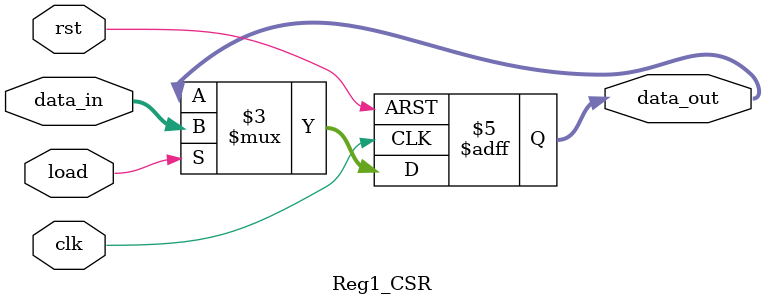
<source format=v>

`timescale 1ns/1ns

module Reg1_CSR(
    clk,
    rst,
    load,
    data_in, 
    data_out 
);

    input clk, rst, load;
    input   [3:0] data_in;
    output  reg [3:0] data_out;
    
    always @ (posedge clk or posedge rst) begin
    
        if(rst)
            data_out <= 4'd15;
        else if (load)
                data_out <= data_in;
            else 
                data_out <= data_out;
    end

endmodule



</source>
